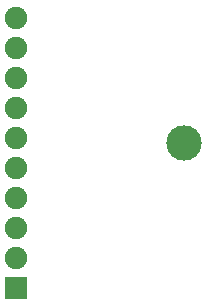
<source format=gbr>
G04 DipTrace 2.4.0.2*
%INBottomMask.gbr*%
%MOMM*%
%ADD19C,3.0*%
%ADD22C,1.904*%
%ADD24R,1.904X1.904*%
%FSLAX53Y53*%
G04*
G71*
G90*
G75*
G01*
%LNBotMask*%
%LPD*%
D19*
X15500Y14850D3*
D24*
X1300Y2570D3*
D22*
Y5110D3*
Y7650D3*
Y10190D3*
Y12730D3*
Y15270D3*
Y17810D3*
Y20350D3*
Y22890D3*
Y25430D3*
M02*

</source>
